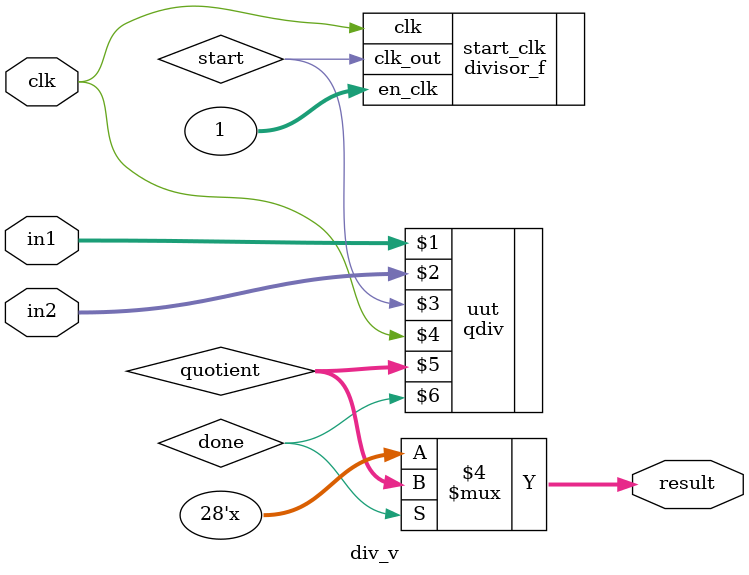
<source format=v>
`timescale 1ns / 1ps

module div_v(
    in1,
    in2,
    clk,
    result
    );

// Entradas
input wire [N-1:0] in1;
input wire [N-1:0] in2;
input wire clk;

// Salidas
output reg [N-1:0] result;

// Parámetros
parameter Q = 15;
parameter N = 28;

/////////////////////////////////////////// MÓDULO ////////////////////////////////////////

wire [N-1:0] quotient;
wire done;

wire start;
divisor_f #(50) start_clk (
    .clk(clk),
    .en_clk(1),
    .clk_out(start)
    ); 
    
qdiv #(Q,N)	uut (in1, in2, start, clk, quotient,done);

always @(done) begin 
    if (done)
        result = quotient;
end

endmodule


</source>
